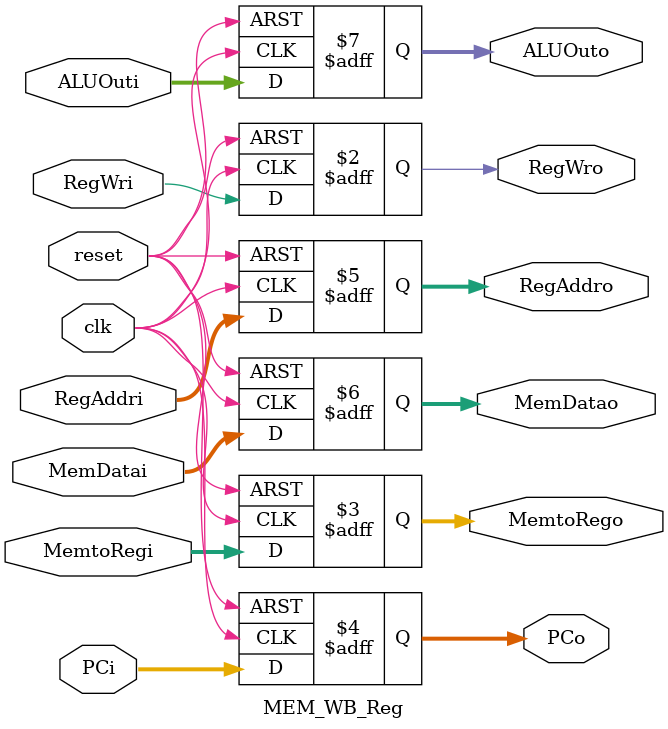
<source format=v>

module MEM_WB_Reg(
    input wire clk,
    input wire reset,
    input wire RegWri,
    input wire [1:0] MemtoRegi,
    input wire [31:0] PCi,
    input wire [4:0] RegAddri,
    input wire [31:0] MemDatai,
    input wire [31:0] ALUOuti,
    output reg RegWro,
    output reg [1:0] MemtoRego,
    output reg [31:0] PCo,
    output reg [4:0] RegAddro,
    output reg [31:0] MemDatao,
    output reg [31:0] ALUOuto
    );

    always @(posedge clk or posedge reset) begin
        if(reset)begin
            RegWro<=0;
            MemtoRego<=0;
            PCo<=0;
            RegAddro<=0;
            MemDatao<=0;
            ALUOuto<=0;
        end
        else begin
            RegWro<=RegWri;
            MemtoRego<=MemtoRegi;
            PCo<=PCi;
            RegAddro<=RegAddri;
            MemDatao<=MemDatai;
            ALUOuto<=ALUOuti;
        end
    end
endmodule
</source>
